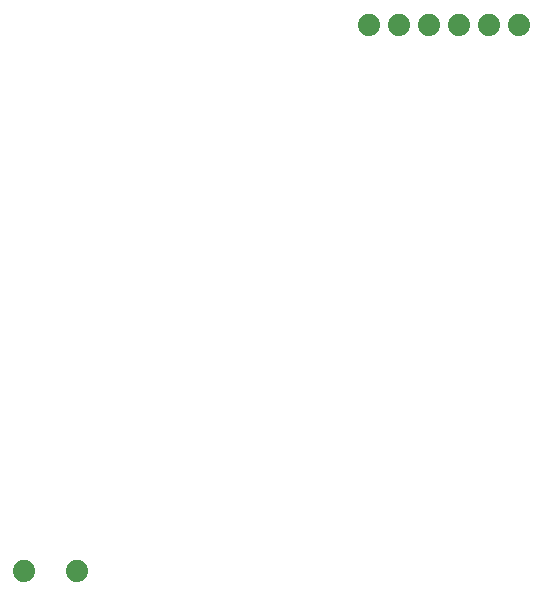
<source format=gbp>
G04 MADE WITH FRITZING*
G04 WWW.FRITZING.ORG*
G04 DOUBLE SIDED*
G04 HOLES PLATED*
G04 CONTOUR ON CENTER OF CONTOUR VECTOR*
%ASAXBY*%
%FSLAX23Y23*%
%MOIN*%
%OFA0B0*%
%SFA1.0B1.0*%
%ADD10C,0.074000*%
%LNPASTEMASK0*%
G90*
G70*
G54D10*
X1864Y2206D03*
X1764Y2206D03*
X1664Y2206D03*
X1564Y2206D03*
X1464Y2206D03*
X1364Y2206D03*
X214Y387D03*
X392Y387D03*
G04 End of PasteMask0*
M02*
</source>
